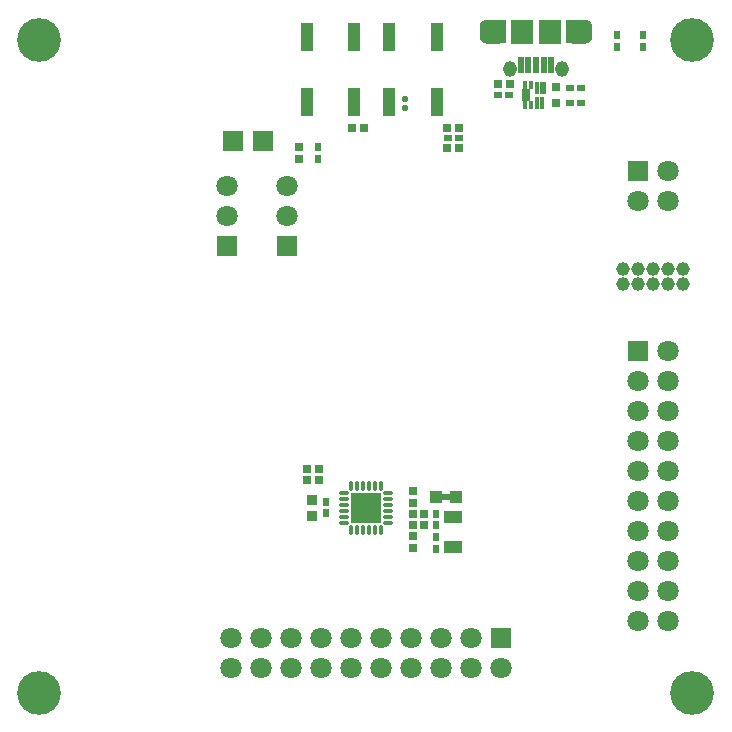
<source format=gts>
G04 Layer_Color=8388736*
%FSLAX43Y43*%
%MOMM*%
G71*
G01*
G75*
%ADD29C,0.550*%
%ADD92R,0.900X0.510*%
%ADD93R,0.500X1.100*%
%ADD94R,0.400X1.100*%
%ADD95R,0.400X0.700*%
%ADD96R,0.740X1.000*%
%ADD97R,0.800X0.800*%
%ADD98R,0.700X0.650*%
%ADD99R,0.500X1.450*%
%ADD100R,1.100X2.350*%
%ADD101R,0.950X0.900*%
%ADD102R,0.600X0.750*%
%ADD103R,0.650X0.700*%
%ADD104R,0.750X0.600*%
%ADD105R,1.650X1.100*%
%ADD106R,2.550X2.550*%
%ADD107O,0.350X0.850*%
%ADD108O,0.850X0.350*%
%ADD109R,1.100X1.050*%
%ADD110R,0.600X0.700*%
%ADD111R,1.900X2.000*%
G04:AMPARAMS|DCode=112|XSize=1.15mm|YSize=1.35mm|CornerRadius=0.575mm|HoleSize=0mm|Usage=FLASHONLY|Rotation=180.000|XOffset=0mm|YOffset=0mm|HoleType=Round|Shape=RoundedRectangle|*
%AMROUNDEDRECTD112*
21,1,1.150,0.200,0,0,180.0*
21,1,0.000,1.350,0,0,180.0*
1,1,1.150,0.000,0.100*
1,1,1.150,0.000,0.100*
1,1,1.150,0.000,-0.100*
1,1,1.150,0.000,-0.100*
%
%ADD112ROUNDEDRECTD112*%
G04:AMPARAMS|DCode=113|XSize=2.2mm|YSize=2mm|CornerRadius=0.544mm|HoleSize=0mm|Usage=FLASHONLY|Rotation=180.000|XOffset=0mm|YOffset=0mm|HoleType=Round|Shape=RoundedRectangle|*
%AMROUNDEDRECTD113*
21,1,2.200,0.912,0,0,180.0*
21,1,1.112,2.000,0,0,180.0*
1,1,1.088,-0.556,0.456*
1,1,1.088,0.556,0.456*
1,1,1.088,0.556,-0.456*
1,1,1.088,-0.556,-0.456*
%
%ADD113ROUNDEDRECTD113*%
%ADD114R,1.800X1.800*%
%ADD115C,1.800*%
%ADD116R,1.800X1.800*%
%ADD117C,1.150*%
%ADD118C,3.700*%
G36*
X-11398Y-675D02*
X-11396Y-675D01*
X-11348Y-679D01*
X-11347Y-679D01*
X-11345Y-679D01*
X-11292Y-686D01*
X-11289Y-687D01*
X-11285Y-688D01*
X-11232Y-703D01*
X-11230Y-703D01*
X-11228Y-704D01*
X-11185Y-720D01*
X-11183Y-721D01*
X-11181Y-722D01*
X-11139Y-742D01*
X-11137Y-743D01*
X-11134Y-745D01*
X-11090Y-773D01*
X-11088Y-774D01*
X-11087Y-775D01*
X-11049Y-804D01*
X-11047Y-805D01*
X-11046Y-806D01*
X-11007Y-840D01*
X-11004Y-843D01*
X-11001Y-846D01*
X-10972Y-882D01*
X-10971Y-883D01*
X-10971Y-884D01*
X-10943Y-921D01*
X-10941Y-923D01*
X-10940Y-926D01*
X-10916Y-967D01*
X-10915Y-969D01*
X-10914Y-970D01*
X-10894Y-1012D01*
X-10893Y-1014D01*
X-10892Y-1016D01*
X-10876Y-1058D01*
X-10875Y-1061D01*
X-10874Y-1064D01*
X-10862Y-1115D01*
X-10862Y-1117D01*
X-10861Y-1119D01*
X-10854Y-1164D01*
X-10854Y-1166D01*
X-10854Y-1168D01*
X-10850Y-1221D01*
X-10850Y-1223D01*
X-10850Y-1225D01*
Y-2125D01*
X-10850Y-2127D01*
X-10850Y-2129D01*
X-10854Y-2184D01*
X-10854Y-2186D01*
X-10855Y-2189D01*
X-10863Y-2234D01*
X-10863Y-2235D01*
X-10863Y-2237D01*
X-10875Y-2287D01*
X-10876Y-2290D01*
X-10877Y-2294D01*
X-10893Y-2334D01*
X-10906Y-2366D01*
X-10908Y-2370D01*
X-10910Y-2373D01*
X-10935Y-2416D01*
X-10936Y-2418D01*
X-10937Y-2420D01*
X-10963Y-2457D01*
X-10964Y-2458D01*
X-10965Y-2460D01*
X-10996Y-2498D01*
X-10999Y-2500D01*
X-11001Y-2503D01*
X-11046Y-2544D01*
X-11048Y-2546D01*
X-11050Y-2547D01*
X-11090Y-2577D01*
X-11092Y-2578D01*
X-11093Y-2579D01*
X-11139Y-2609D01*
X-11142Y-2610D01*
X-11145Y-2612D01*
X-11198Y-2636D01*
X-11201Y-2637D01*
X-11205Y-2638D01*
X-11292Y-2664D01*
X-11297Y-2665D01*
X-11301Y-2666D01*
X-11301Y-2666D01*
X-11301Y-2666D01*
X-11301D01*
X-11395Y-2675D01*
X-11398Y-2675D01*
X-11400Y-2675D01*
X-13000D01*
X-13010Y-2674D01*
X-13019Y-2671D01*
X-13028Y-2667D01*
X-13036Y-2661D01*
X-13042Y-2653D01*
X-13046Y-2644D01*
X-13049Y-2635D01*
X-13050Y-2625D01*
Y-725D01*
X-13049Y-715D01*
X-13046Y-706D01*
X-13042Y-697D01*
X-13036Y-689D01*
X-13028Y-683D01*
X-13019Y-679D01*
X-13010Y-676D01*
X-13000Y-675D01*
X-11400D01*
X-11398Y-675D01*
D02*
G37*
G36*
X-18190Y-676D02*
X-18181Y-679D01*
X-18172Y-683D01*
X-18164Y-689D01*
X-18158Y-697D01*
X-18154Y-706D01*
X-18151Y-715D01*
X-18150Y-725D01*
Y-2625D01*
X-18151Y-2635D01*
X-18154Y-2644D01*
X-18158Y-2653D01*
X-18164Y-2661D01*
X-18172Y-2667D01*
X-18181Y-2671D01*
X-18190Y-2674D01*
X-18200Y-2675D01*
X-19800D01*
X-19802Y-2675D01*
X-19804Y-2675D01*
X-19852Y-2671D01*
X-19853Y-2671D01*
X-19855Y-2671D01*
X-19908Y-2664D01*
X-19911Y-2663D01*
X-19915Y-2662D01*
X-19968Y-2647D01*
X-19970Y-2647D01*
X-19972Y-2646D01*
X-20015Y-2630D01*
X-20017Y-2629D01*
X-20019Y-2628D01*
X-20061Y-2608D01*
X-20063Y-2607D01*
X-20066Y-2605D01*
X-20110Y-2577D01*
X-20112Y-2576D01*
X-20113Y-2575D01*
X-20151Y-2546D01*
X-20153Y-2545D01*
X-20154Y-2544D01*
X-20193Y-2510D01*
X-20196Y-2507D01*
X-20199Y-2504D01*
X-20228Y-2468D01*
X-20229Y-2467D01*
X-20229Y-2466D01*
X-20257Y-2429D01*
X-20259Y-2427D01*
X-20260Y-2424D01*
X-20284Y-2383D01*
X-20285Y-2381D01*
X-20286Y-2380D01*
X-20306Y-2338D01*
X-20307Y-2336D01*
X-20308Y-2334D01*
X-20324Y-2292D01*
X-20325Y-2289D01*
X-20326Y-2286D01*
X-20338Y-2235D01*
X-20338Y-2233D01*
X-20339Y-2231D01*
X-20346Y-2186D01*
X-20346Y-2184D01*
X-20346Y-2182D01*
X-20350Y-2129D01*
X-20350Y-2127D01*
X-20350Y-2125D01*
Y-1225D01*
X-20350Y-1223D01*
X-20350Y-1221D01*
X-20346Y-1166D01*
X-20346Y-1164D01*
X-20345Y-1161D01*
X-20337Y-1116D01*
X-20337Y-1115D01*
X-20337Y-1113D01*
X-20325Y-1063D01*
X-20324Y-1060D01*
X-20323Y-1056D01*
X-20307Y-1016D01*
X-20294Y-984D01*
X-20292Y-980D01*
X-20290Y-977D01*
X-20265Y-934D01*
X-20264Y-932D01*
X-20263Y-930D01*
X-20237Y-893D01*
X-20236Y-892D01*
X-20235Y-890D01*
X-20204Y-852D01*
X-20201Y-850D01*
X-20199Y-847D01*
X-20154Y-806D01*
X-20152Y-804D01*
X-20150Y-803D01*
X-20110Y-773D01*
X-20108Y-772D01*
X-20107Y-771D01*
X-20061Y-742D01*
X-20058Y-740D01*
X-20055Y-738D01*
X-20002Y-714D01*
X-19999Y-713D01*
X-19995Y-712D01*
X-19908Y-686D01*
X-19903Y-685D01*
X-19899Y-684D01*
X-19899Y-684D01*
X-19899Y-684D01*
X-19899D01*
X-19805Y-675D01*
X-19802Y-675D01*
X-19800Y-675D01*
X-18200D01*
X-18190Y-676D01*
D02*
G37*
D29*
X-26725Y-7350D02*
D03*
Y-8150D02*
D03*
D92*
X-23245Y-41105D02*
D03*
D93*
X-15000Y-6425D02*
D03*
D94*
X-15550D02*
D03*
X-15050Y-7725D02*
D03*
X-15550D02*
D03*
D95*
X-16050Y-6225D02*
D03*
X-16550D02*
D03*
X-16050Y-7925D02*
D03*
X-16550D02*
D03*
D96*
X-16430Y-7075D02*
D03*
D97*
X-13875Y-6325D02*
D03*
Y-7725D02*
D03*
D98*
X-34942Y-38686D02*
D03*
X-33942D02*
D03*
X-34942Y-39636D02*
D03*
X-33942D02*
D03*
X-17825Y-6125D02*
D03*
X-18825D02*
D03*
X-22100Y-9800D02*
D03*
X-23100D02*
D03*
X-30150Y-9850D02*
D03*
X-31150D02*
D03*
X-22100Y-11550D02*
D03*
X-23100D02*
D03*
X-26050Y-42525D02*
D03*
X-25050D02*
D03*
X-26050Y-43472D02*
D03*
X-25050D02*
D03*
D99*
X-14300Y-4475D02*
D03*
X-14950D02*
D03*
X-15600D02*
D03*
X-16250D02*
D03*
X-16900D02*
D03*
D100*
X-31000Y-7650D02*
D03*
Y-2150D02*
D03*
X-35000D02*
D03*
Y-7650D02*
D03*
X-24000D02*
D03*
Y-2150D02*
D03*
X-28000D02*
D03*
Y-7650D02*
D03*
D101*
X-34600Y-41300D02*
D03*
Y-42700D02*
D03*
D102*
X-33400Y-41525D02*
D03*
Y-42475D02*
D03*
X-24095Y-42525D02*
D03*
Y-43475D02*
D03*
Y-45447D02*
D03*
Y-44497D02*
D03*
D103*
X-35675Y-12450D02*
D03*
Y-11450D02*
D03*
X-26050Y-45400D02*
D03*
Y-44400D02*
D03*
Y-40600D02*
D03*
Y-41600D02*
D03*
D104*
X-18800Y-7025D02*
D03*
X-17850D02*
D03*
X-12750Y-6425D02*
D03*
X-11800D02*
D03*
X-12750Y-7725D02*
D03*
X-11800D02*
D03*
X-22125Y-10675D02*
D03*
X-23075D02*
D03*
D105*
X-22645Y-45350D02*
D03*
Y-42750D02*
D03*
D106*
X-30000Y-42000D02*
D03*
D107*
X-31250Y-40150D02*
D03*
X-30750D02*
D03*
X-30250D02*
D03*
X-29750D02*
D03*
X-29250D02*
D03*
X-28750D02*
D03*
Y-43850D02*
D03*
X-29250D02*
D03*
X-29750D02*
D03*
X-30250D02*
D03*
X-30750D02*
D03*
X-31250D02*
D03*
D108*
X-28150Y-40750D02*
D03*
Y-41250D02*
D03*
Y-41750D02*
D03*
Y-42250D02*
D03*
Y-42750D02*
D03*
Y-43250D02*
D03*
X-31850D02*
D03*
Y-42750D02*
D03*
Y-42250D02*
D03*
Y-41750D02*
D03*
Y-41250D02*
D03*
Y-40750D02*
D03*
D109*
X-24095Y-41100D02*
D03*
X-22395D02*
D03*
D110*
X-34075Y-12450D02*
D03*
Y-11450D02*
D03*
X-8750Y-3000D02*
D03*
Y-2000D02*
D03*
X-6500Y-3000D02*
D03*
Y-2000D02*
D03*
D111*
X-16750Y-1675D02*
D03*
X-14450D02*
D03*
D112*
X-13375Y-4800D02*
D03*
X-17825D02*
D03*
D113*
X-19250Y-1675D02*
D03*
X-11950D02*
D03*
D114*
X-36696Y-19840D02*
D03*
X-6970Y-13490D02*
D03*
Y-28730D02*
D03*
X-41776Y-19840D02*
D03*
D115*
X-36696Y-17300D02*
D03*
Y-14760D02*
D03*
X-4430Y-13490D02*
D03*
Y-16030D02*
D03*
X-6970D02*
D03*
X-4430Y-38890D02*
D03*
Y-28730D02*
D03*
Y-31270D02*
D03*
X-6970D02*
D03*
X-4430Y-33810D02*
D03*
X-6970D02*
D03*
X-4430Y-36350D02*
D03*
X-6970D02*
D03*
Y-38890D02*
D03*
Y-51590D02*
D03*
Y-49050D02*
D03*
X-4430D02*
D03*
X-6970Y-46510D02*
D03*
X-4430D02*
D03*
X-6970Y-43970D02*
D03*
X-4430D02*
D03*
Y-41430D02*
D03*
X-6970D02*
D03*
X-4430Y-51590D02*
D03*
X-41776Y-17300D02*
D03*
Y-14760D02*
D03*
X-41430Y-55570D02*
D03*
X-31270Y-53030D02*
D03*
Y-55570D02*
D03*
X-33810D02*
D03*
Y-53030D02*
D03*
X-36350Y-55570D02*
D03*
Y-53030D02*
D03*
X-38890Y-55570D02*
D03*
Y-53030D02*
D03*
X-41430D02*
D03*
X-28730D02*
D03*
X-26190D02*
D03*
Y-55570D02*
D03*
X-23650Y-53030D02*
D03*
Y-55570D02*
D03*
X-21110Y-53030D02*
D03*
Y-55570D02*
D03*
X-18570D02*
D03*
X-28730D02*
D03*
D116*
X-41270Y-10950D02*
D03*
X-38730D02*
D03*
X-18570Y-53030D02*
D03*
D117*
X-3160Y-21740D02*
D03*
X-4430D02*
D03*
X-5700D02*
D03*
X-6970D02*
D03*
Y-23010D02*
D03*
X-5700D02*
D03*
X-4430D02*
D03*
X-3160D02*
D03*
X-8240D02*
D03*
Y-21740D02*
D03*
D118*
X-57650Y-57650D02*
D03*
X-2350D02*
D03*
X-57650Y-2350D02*
D03*
X-2350D02*
D03*
M02*

</source>
